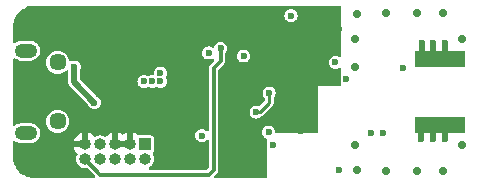
<source format=gbr>
%TF.GenerationSoftware,KiCad,Pcbnew,8.0.6*%
%TF.CreationDate,2024-12-29T16:51:47+05:30*%
%TF.ProjectId,STM32_RF,53544d33-325f-4524-962e-6b696361645f,rev?*%
%TF.SameCoordinates,Original*%
%TF.FileFunction,Copper,L4,Bot*%
%TF.FilePolarity,Positive*%
%FSLAX46Y46*%
G04 Gerber Fmt 4.6, Leading zero omitted, Abs format (unit mm)*
G04 Created by KiCad (PCBNEW 8.0.6) date 2024-12-29 16:51:47*
%MOMM*%
%LPD*%
G01*
G04 APERTURE LIST*
%TA.AperFunction,ComponentPad*%
%ADD10R,1.000000X1.000000*%
%TD*%
%TA.AperFunction,ComponentPad*%
%ADD11O,1.000000X1.000000*%
%TD*%
%TA.AperFunction,ComponentPad*%
%ADD12O,1.900000X1.200000*%
%TD*%
%TA.AperFunction,ComponentPad*%
%ADD13C,1.450000*%
%TD*%
%TA.AperFunction,SMDPad,CuDef*%
%ADD14R,4.200000X1.350000*%
%TD*%
%TA.AperFunction,ViaPad*%
%ADD15C,0.600000*%
%TD*%
%TA.AperFunction,ViaPad*%
%ADD16C,0.700000*%
%TD*%
%TA.AperFunction,Conductor*%
%ADD17C,0.500000*%
%TD*%
%TA.AperFunction,Conductor*%
%ADD18C,0.300000*%
%TD*%
%TA.AperFunction,Conductor*%
%ADD19C,0.250000*%
%TD*%
G04 APERTURE END LIST*
D10*
%TO.P,J2,1,Pin_1*%
%TO.N,+3.3V*%
X165900000Y-78430000D03*
D11*
%TO.P,J2,2,Pin_2*%
%TO.N,SWD_DIO*%
X165900000Y-79700000D03*
%TO.P,J2,3,Pin_3*%
%TO.N,GND*%
X164630000Y-78430000D03*
%TO.P,J2,4,Pin_4*%
%TO.N,SWD_CLK*%
X164630000Y-79700000D03*
%TO.P,J2,5,Pin_5*%
%TO.N,GND*%
X163360000Y-78430000D03*
%TO.P,J2,6,Pin_6*%
%TO.N,unconnected-(J2-Pin_6-Pad6)*%
X163360000Y-79700000D03*
%TO.P,J2,7,Pin_7*%
%TO.N,unconnected-(J2-Pin_7-Pad7)*%
X162090000Y-78430000D03*
%TO.P,J2,8,Pin_8*%
%TO.N,unconnected-(J2-Pin_8-Pad8)*%
X162090000Y-79700000D03*
%TO.P,J2,9,Pin_9*%
%TO.N,GND*%
X160820000Y-78430000D03*
%TO.P,J2,10,Pin_10*%
%TO.N,SWD_NRST*%
X160820000Y-79700000D03*
%TD*%
D12*
%TO.P,J1,6,Shield*%
%TO.N,N/C*%
X155800000Y-70500000D03*
D13*
X158500000Y-71500000D03*
X158500000Y-76500000D03*
D12*
X155800000Y-77500000D03*
%TD*%
D14*
%TO.P,J3,2,Ext*%
%TO.N,GND*%
X190862500Y-76825000D03*
X190862500Y-71175000D03*
%TD*%
D15*
%TO.N,GND*%
X189300000Y-69900000D03*
D16*
X188900000Y-67300000D03*
X188900000Y-80710000D03*
D15*
X169000000Y-76700000D03*
D16*
X186300000Y-80710000D03*
D15*
X161700000Y-72700000D03*
X179800000Y-67500000D03*
X175200000Y-71500000D03*
X159700000Y-75300000D03*
D16*
X183800000Y-67400000D03*
D15*
X182300000Y-68700000D03*
D16*
X186300000Y-67300000D03*
X183700000Y-78510000D03*
X191100000Y-67300000D03*
D15*
X166200000Y-69600000D03*
D16*
X183700000Y-69500000D03*
D15*
X172300000Y-69200000D03*
X180300000Y-74400000D03*
X172900000Y-73950000D03*
D16*
X192700000Y-78510000D03*
D15*
X180300000Y-73600000D03*
D16*
X191100000Y-80710000D03*
D15*
X190300000Y-69900000D03*
X164800000Y-68700000D03*
D16*
X183700000Y-71900000D03*
D15*
X177900000Y-72100000D03*
X163600000Y-72000000D03*
D16*
X192700000Y-69500000D03*
D15*
X191300000Y-69900000D03*
X158320000Y-79020000D03*
X170600000Y-72900000D03*
X181100000Y-68700000D03*
X161000000Y-72700000D03*
X190250000Y-78000000D03*
X172850000Y-72850000D03*
X191250000Y-78000000D03*
X178900000Y-74400000D03*
X170600000Y-75200000D03*
X174100000Y-67399997D03*
X170600000Y-74000000D03*
X176750000Y-78500000D03*
X182900000Y-72900000D03*
X177000000Y-69800000D03*
X189250000Y-78000000D03*
X187700000Y-72000000D03*
X162800000Y-70900000D03*
X182275000Y-80650000D03*
X164100000Y-74900000D03*
X172950000Y-75150000D03*
X185000000Y-77500000D03*
D16*
X183800000Y-80610000D03*
D15*
X179100000Y-77350000D03*
X186000000Y-77500000D03*
X178900000Y-73600000D03*
X174100000Y-68100000D03*
%TO.N,+3.3V*%
X178250000Y-67550000D03*
X167200000Y-72399997D03*
X170700000Y-77700000D03*
X167200000Y-73100000D03*
X174250000Y-70950000D03*
X165800000Y-73100000D03*
X166500000Y-73100000D03*
X171287500Y-70693844D03*
X176350000Y-77400000D03*
X182000000Y-71500000D03*
%TO.N,SWD_NRST*%
X172300000Y-70300000D03*
%TO.N,+5V*%
X161608422Y-74900000D03*
X159900000Y-71900000D03*
%TO.N,SPI3_SCK*%
X175300000Y-75700000D03*
X176400000Y-74100000D03*
%TD*%
D17*
%TO.N,GND*%
X189250000Y-78000000D02*
X189250000Y-77020710D01*
X190300000Y-69900000D02*
X190300000Y-70800000D01*
X189300000Y-69900000D02*
X189300000Y-70900000D01*
X191300000Y-69900000D02*
X191300000Y-70900000D01*
X191250000Y-78000000D02*
X191250000Y-77120710D01*
X190250000Y-78000000D02*
X190250000Y-77020710D01*
X190250000Y-77020710D02*
G75*
G03*
X190200003Y-76899997I-170700J10D01*
G01*
X191250000Y-77120710D02*
G75*
G03*
X191200003Y-76999997I-170700J10D01*
G01*
X189250000Y-77020710D02*
G75*
G02*
X189299997Y-76899997I170700J10D01*
G01*
D18*
%TO.N,SWD_NRST*%
X171700000Y-80600000D02*
X171700000Y-71950000D01*
X160820000Y-79700000D02*
X162120000Y-81000000D01*
X171700000Y-71950000D02*
X172300000Y-71350000D01*
X162120000Y-81000000D02*
X171300000Y-81000000D01*
X171300000Y-81000000D02*
X171700000Y-80600000D01*
X172300000Y-71350000D02*
X172300000Y-70300000D01*
D17*
%TO.N,+5V*%
X159900000Y-73191578D02*
X159900000Y-71900000D01*
X161608422Y-74900000D02*
X159900000Y-73191578D01*
D19*
%TO.N,SPI3_SCK*%
X175600000Y-75700000D02*
X176400000Y-74900000D01*
X175300000Y-75700000D02*
X175600000Y-75700000D01*
X176400000Y-74900000D02*
X176400000Y-74100000D01*
%TD*%
%TA.AperFunction,Conductor*%
%TO.N,GND*%
G36*
X182443039Y-66720185D02*
G01*
X182488794Y-66772989D01*
X182500000Y-66824500D01*
X182500000Y-70938326D01*
X182480315Y-71005365D01*
X182427511Y-71051120D01*
X182358353Y-71061064D01*
X182300514Y-71036702D01*
X182277625Y-71019139D01*
X182277623Y-71019138D01*
X182143712Y-70963671D01*
X182143710Y-70963670D01*
X182143709Y-70963670D01*
X182039877Y-70950000D01*
X182000001Y-70944750D01*
X181999999Y-70944750D01*
X181856291Y-70963670D01*
X181856287Y-70963671D01*
X181722377Y-71019137D01*
X181607379Y-71107379D01*
X181519137Y-71222377D01*
X181463671Y-71356287D01*
X181463670Y-71356291D01*
X181454971Y-71422369D01*
X181444750Y-71500000D01*
X181457377Y-71595913D01*
X181463670Y-71643708D01*
X181463671Y-71643712D01*
X181519137Y-71777622D01*
X181519138Y-71777624D01*
X181519139Y-71777625D01*
X181607379Y-71892621D01*
X181722375Y-71980861D01*
X181856291Y-72036330D01*
X181983280Y-72053048D01*
X181999999Y-72055250D01*
X182000000Y-72055250D01*
X182000001Y-72055250D01*
X182014977Y-72053278D01*
X182143709Y-72036330D01*
X182277625Y-71980861D01*
X182300514Y-71963296D01*
X182365681Y-71938103D01*
X182434126Y-71952140D01*
X182484116Y-72000954D01*
X182500000Y-72061673D01*
X182500000Y-73376000D01*
X182480315Y-73443039D01*
X182427511Y-73488794D01*
X182376000Y-73500000D01*
X180500000Y-73500000D01*
X180500000Y-77376000D01*
X180480315Y-77443039D01*
X180427511Y-77488794D01*
X180376000Y-77500000D01*
X177027160Y-77500000D01*
X176960121Y-77480315D01*
X176914366Y-77427511D01*
X176904221Y-77392186D01*
X176897039Y-77337634D01*
X176886330Y-77256291D01*
X176830861Y-77122375D01*
X176742621Y-77007379D01*
X176627625Y-76919139D01*
X176627624Y-76919138D01*
X176627622Y-76919137D01*
X176493712Y-76863671D01*
X176493710Y-76863670D01*
X176493709Y-76863670D01*
X176421854Y-76854210D01*
X176350001Y-76844750D01*
X176349999Y-76844750D01*
X176206291Y-76863670D01*
X176206287Y-76863671D01*
X176072377Y-76919137D01*
X175957379Y-77007379D01*
X175869137Y-77122377D01*
X175813671Y-77256287D01*
X175813670Y-77256291D01*
X175794750Y-77400000D01*
X175807915Y-77500000D01*
X175813670Y-77543708D01*
X175813671Y-77543712D01*
X175869137Y-77677622D01*
X175869138Y-77677624D01*
X175869139Y-77677625D01*
X175957379Y-77792621D01*
X176072375Y-77880861D01*
X176072376Y-77880861D01*
X176072377Y-77880862D01*
X176173452Y-77922728D01*
X176227856Y-77966568D01*
X176249921Y-78032862D01*
X176250000Y-78037289D01*
X176250000Y-81175500D01*
X176230315Y-81242539D01*
X176177511Y-81288294D01*
X176126000Y-81299500D01*
X171866255Y-81299500D01*
X171799216Y-81279815D01*
X171753461Y-81227011D01*
X171743517Y-81157853D01*
X171772542Y-81094297D01*
X171778574Y-81087819D01*
X171812496Y-81053897D01*
X172020480Y-80845913D01*
X172073206Y-80754588D01*
X172073207Y-80754587D01*
X172100500Y-80652727D01*
X172100500Y-75699999D01*
X174744750Y-75699999D01*
X174744750Y-75700000D01*
X174763670Y-75843708D01*
X174763671Y-75843712D01*
X174819137Y-75977622D01*
X174819138Y-75977624D01*
X174819139Y-75977625D01*
X174907379Y-76092621D01*
X175022375Y-76180861D01*
X175156291Y-76236330D01*
X175283280Y-76253048D01*
X175299999Y-76255250D01*
X175300000Y-76255250D01*
X175300001Y-76255250D01*
X175314977Y-76253278D01*
X175443709Y-76236330D01*
X175577625Y-76180861D01*
X175692621Y-76092621D01*
X175696061Y-76088136D01*
X175738723Y-76055402D01*
X175737899Y-76053974D01*
X175744938Y-76049910D01*
X175830562Y-76000475D01*
X175900475Y-75930562D01*
X175900474Y-75930562D01*
X175959043Y-75871993D01*
X176700475Y-75130563D01*
X176725192Y-75087750D01*
X176749910Y-75044938D01*
X176775500Y-74949435D01*
X176775500Y-74557026D01*
X176795185Y-74489987D01*
X176801117Y-74481547D01*
X176880861Y-74377625D01*
X176936330Y-74243709D01*
X176955250Y-74100000D01*
X176936330Y-73956291D01*
X176880861Y-73822375D01*
X176792621Y-73707379D01*
X176677625Y-73619139D01*
X176677624Y-73619138D01*
X176677622Y-73619137D01*
X176543712Y-73563671D01*
X176543710Y-73563670D01*
X176543709Y-73563670D01*
X176471854Y-73554210D01*
X176400001Y-73544750D01*
X176399999Y-73544750D01*
X176256291Y-73563670D01*
X176256287Y-73563671D01*
X176122377Y-73619137D01*
X176007379Y-73707379D01*
X175919137Y-73822377D01*
X175863671Y-73956287D01*
X175863670Y-73956291D01*
X175844750Y-74099999D01*
X175844750Y-74100000D01*
X175863670Y-74243708D01*
X175863671Y-74243712D01*
X175919137Y-74377622D01*
X175919138Y-74377624D01*
X175919139Y-74377625D01*
X175998876Y-74481540D01*
X176024070Y-74546709D01*
X176024500Y-74557026D01*
X176024500Y-74693100D01*
X176004815Y-74760139D01*
X175988181Y-74780781D01*
X175616552Y-75152409D01*
X175555229Y-75185894D01*
X175485537Y-75180910D01*
X175481420Y-75179290D01*
X175471694Y-75175261D01*
X175443709Y-75163670D01*
X175358175Y-75152409D01*
X175300001Y-75144750D01*
X175299999Y-75144750D01*
X175156291Y-75163670D01*
X175156287Y-75163671D01*
X175022377Y-75219137D01*
X174907379Y-75307379D01*
X174819137Y-75422377D01*
X174763671Y-75556287D01*
X174763670Y-75556291D01*
X174744750Y-75699999D01*
X172100500Y-75699999D01*
X172100500Y-72167255D01*
X172120185Y-72100216D01*
X172136819Y-72079574D01*
X172371646Y-71844747D01*
X172620480Y-71595913D01*
X172673207Y-71504588D01*
X172700500Y-71402727D01*
X172700500Y-71297273D01*
X172700500Y-70950000D01*
X173694750Y-70950000D01*
X173703852Y-71019139D01*
X173713670Y-71093708D01*
X173713671Y-71093712D01*
X173769137Y-71227622D01*
X173769138Y-71227624D01*
X173769139Y-71227625D01*
X173857379Y-71342621D01*
X173972375Y-71430861D01*
X174106291Y-71486330D01*
X174233280Y-71503048D01*
X174249999Y-71505250D01*
X174250000Y-71505250D01*
X174250001Y-71505250D01*
X174264977Y-71503278D01*
X174393709Y-71486330D01*
X174527625Y-71430861D01*
X174642621Y-71342621D01*
X174730861Y-71227625D01*
X174786330Y-71093709D01*
X174805250Y-70950000D01*
X174786330Y-70806291D01*
X174730861Y-70672375D01*
X174642621Y-70557379D01*
X174527625Y-70469139D01*
X174527624Y-70469138D01*
X174527622Y-70469137D01*
X174393712Y-70413671D01*
X174393710Y-70413670D01*
X174393709Y-70413670D01*
X174313765Y-70403145D01*
X174250001Y-70394750D01*
X174249999Y-70394750D01*
X174106291Y-70413670D01*
X174106287Y-70413671D01*
X173972377Y-70469137D01*
X173857379Y-70557379D01*
X173769137Y-70672377D01*
X173713671Y-70806287D01*
X173713670Y-70806291D01*
X173694750Y-70950000D01*
X172700500Y-70950000D01*
X172700500Y-70724444D01*
X172720185Y-70657405D01*
X172726125Y-70648957D01*
X172780861Y-70577625D01*
X172836330Y-70443709D01*
X172855250Y-70300000D01*
X172836330Y-70156291D01*
X172780861Y-70022375D01*
X172692621Y-69907379D01*
X172577625Y-69819139D01*
X172577624Y-69819138D01*
X172577622Y-69819137D01*
X172443712Y-69763671D01*
X172443710Y-69763670D01*
X172443709Y-69763670D01*
X172319787Y-69747355D01*
X172300001Y-69744750D01*
X172299999Y-69744750D01*
X172156291Y-69763670D01*
X172156287Y-69763671D01*
X172022377Y-69819137D01*
X171907379Y-69907379D01*
X171819137Y-70022377D01*
X171760560Y-70163799D01*
X171757797Y-70162654D01*
X171728839Y-70210120D01*
X171665980Y-70240624D01*
X171596608Y-70232302D01*
X171569979Y-70216708D01*
X171567099Y-70214498D01*
X171565123Y-70212981D01*
X171431212Y-70157515D01*
X171431210Y-70157514D01*
X171431209Y-70157514D01*
X171359354Y-70148054D01*
X171287501Y-70138594D01*
X171287499Y-70138594D01*
X171143791Y-70157514D01*
X171143787Y-70157515D01*
X171009877Y-70212981D01*
X170894879Y-70301223D01*
X170806637Y-70416221D01*
X170751171Y-70550131D01*
X170751170Y-70550135D01*
X170732250Y-70693843D01*
X170732250Y-70693844D01*
X170751170Y-70837552D01*
X170751171Y-70837556D01*
X170806637Y-70971466D01*
X170806638Y-70971468D01*
X170806639Y-70971469D01*
X170894879Y-71086465D01*
X171009875Y-71174705D01*
X171143791Y-71230174D01*
X171270780Y-71246892D01*
X171287499Y-71249094D01*
X171287500Y-71249094D01*
X171287501Y-71249094D01*
X171302477Y-71247122D01*
X171431209Y-71230174D01*
X171565123Y-71174706D01*
X171572634Y-71171595D01*
X171573409Y-71173467D01*
X171630707Y-71159559D01*
X171696737Y-71182401D01*
X171739936Y-71237316D01*
X171746588Y-71306868D01*
X171714581Y-71368975D01*
X171712506Y-71371100D01*
X171379522Y-71704084D01*
X171379518Y-71704090D01*
X171326792Y-71795412D01*
X171326793Y-71795413D01*
X171299500Y-71897273D01*
X171299500Y-77214896D01*
X171279815Y-77281935D01*
X171227011Y-77327690D01*
X171157853Y-77337634D01*
X171099942Y-77311187D01*
X171099068Y-77312327D01*
X171092622Y-77307381D01*
X171092621Y-77307379D01*
X170977625Y-77219139D01*
X170977624Y-77219138D01*
X170977622Y-77219137D01*
X170843712Y-77163671D01*
X170843710Y-77163670D01*
X170843709Y-77163670D01*
X170771854Y-77154210D01*
X170700001Y-77144750D01*
X170699999Y-77144750D01*
X170556291Y-77163670D01*
X170556287Y-77163671D01*
X170422377Y-77219137D01*
X170307379Y-77307379D01*
X170219137Y-77422377D01*
X170163671Y-77556287D01*
X170163670Y-77556291D01*
X170144750Y-77699999D01*
X170144750Y-77700000D01*
X170163670Y-77843708D01*
X170163671Y-77843712D01*
X170219137Y-77977622D01*
X170219138Y-77977624D01*
X170219139Y-77977625D01*
X170307379Y-78092621D01*
X170422375Y-78180861D01*
X170422376Y-78180861D01*
X170422377Y-78180862D01*
X170433828Y-78185605D01*
X170556291Y-78236330D01*
X170680206Y-78252644D01*
X170699999Y-78255250D01*
X170700000Y-78255250D01*
X170700001Y-78255250D01*
X170719794Y-78252644D01*
X170843709Y-78236330D01*
X170977625Y-78180861D01*
X171092621Y-78092621D01*
X171092622Y-78092618D01*
X171099068Y-78087673D01*
X171101018Y-78090215D01*
X171149142Y-78063938D01*
X171218834Y-78068922D01*
X171274767Y-78110794D01*
X171299184Y-78176258D01*
X171299500Y-78185104D01*
X171299500Y-80382745D01*
X171279815Y-80449784D01*
X171263181Y-80470426D01*
X171170426Y-80563181D01*
X171109103Y-80596666D01*
X171082745Y-80599500D01*
X166309498Y-80599500D01*
X166242459Y-80579815D01*
X166196704Y-80527011D01*
X166186760Y-80457853D01*
X166215785Y-80394297D01*
X166243525Y-80370507D01*
X166341148Y-80309164D01*
X166370890Y-80290477D01*
X166490477Y-80170890D01*
X166499926Y-80155852D01*
X166580452Y-80027697D01*
X166580454Y-80027694D01*
X166580454Y-80027692D01*
X166580456Y-80027690D01*
X166636313Y-79868059D01*
X166636313Y-79868058D01*
X166636314Y-79868056D01*
X166655249Y-79700002D01*
X166655249Y-79699997D01*
X166636314Y-79531943D01*
X166611181Y-79460118D01*
X166580456Y-79372310D01*
X166580454Y-79372307D01*
X166580454Y-79372306D01*
X166528828Y-79290145D01*
X166509827Y-79222908D01*
X166530194Y-79156073D01*
X166564930Y-79121071D01*
X166580601Y-79110601D01*
X166635966Y-79027740D01*
X166650500Y-78954674D01*
X166650500Y-77905326D01*
X166650500Y-77905323D01*
X166650499Y-77905321D01*
X166635967Y-77832264D01*
X166635966Y-77832260D01*
X166611919Y-77796271D01*
X166580601Y-77749399D01*
X166506669Y-77700000D01*
X166497739Y-77694033D01*
X166497735Y-77694032D01*
X166424677Y-77679500D01*
X166424674Y-77679500D01*
X165375326Y-77679500D01*
X165375321Y-77679500D01*
X165365629Y-77681428D01*
X165296038Y-77675198D01*
X165262776Y-77655663D01*
X165188254Y-77594504D01*
X165188253Y-77594503D01*
X165014541Y-77501652D01*
X164880000Y-77460839D01*
X164880000Y-78220382D01*
X164829554Y-78169936D01*
X164755445Y-78127149D01*
X164672787Y-78105000D01*
X164587213Y-78105000D01*
X164504555Y-78127149D01*
X164430446Y-78169936D01*
X164369936Y-78230446D01*
X164327149Y-78304555D01*
X164305000Y-78387213D01*
X164305000Y-78472787D01*
X164327149Y-78555445D01*
X164369936Y-78629554D01*
X164420382Y-78680000D01*
X163569618Y-78680000D01*
X163620064Y-78629554D01*
X163662851Y-78555445D01*
X163685000Y-78472787D01*
X163685000Y-78387213D01*
X163662851Y-78304555D01*
X163620064Y-78230446D01*
X163559554Y-78169936D01*
X163485445Y-78127149D01*
X163402787Y-78105000D01*
X163317213Y-78105000D01*
X163234555Y-78127149D01*
X163160446Y-78169936D01*
X163110000Y-78220382D01*
X163110000Y-77460839D01*
X163610000Y-77460839D01*
X163610000Y-78180000D01*
X164380000Y-78180000D01*
X164380000Y-77460839D01*
X164379999Y-77460839D01*
X164245458Y-77501652D01*
X164071746Y-77594503D01*
X164066678Y-77597890D01*
X164065641Y-77596338D01*
X164009339Y-77620242D01*
X163940473Y-77608442D01*
X163923541Y-77597560D01*
X163923322Y-77597890D01*
X163918253Y-77594503D01*
X163744541Y-77501652D01*
X163610000Y-77460839D01*
X163110000Y-77460839D01*
X163109999Y-77460839D01*
X162975458Y-77501652D01*
X162801746Y-77594503D01*
X162801739Y-77594507D01*
X162649475Y-77719468D01*
X162623641Y-77750946D01*
X162565894Y-77790278D01*
X162496049Y-77792147D01*
X162461817Y-77777271D01*
X162417693Y-77749545D01*
X162258056Y-77693685D01*
X162090003Y-77674751D01*
X162089997Y-77674751D01*
X161921943Y-77693685D01*
X161762306Y-77749545D01*
X161718178Y-77777272D01*
X161650941Y-77796271D01*
X161584106Y-77775902D01*
X161556354Y-77750941D01*
X161530527Y-77719471D01*
X161378260Y-77594507D01*
X161378253Y-77594503D01*
X161204541Y-77501652D01*
X161070000Y-77460839D01*
X161070000Y-78220382D01*
X161019554Y-78169936D01*
X160945445Y-78127149D01*
X160862787Y-78105000D01*
X160777213Y-78105000D01*
X160694555Y-78127149D01*
X160620446Y-78169936D01*
X160559936Y-78230446D01*
X160517149Y-78304555D01*
X160495000Y-78387213D01*
X160495000Y-78472787D01*
X160517149Y-78555445D01*
X160559936Y-78629554D01*
X160610382Y-78680000D01*
X159850840Y-78680000D01*
X159891652Y-78814541D01*
X159984503Y-78988253D01*
X159984507Y-78988260D01*
X160109471Y-79140527D01*
X160140941Y-79166354D01*
X160180276Y-79224100D01*
X160182147Y-79293944D01*
X160167272Y-79328178D01*
X160139545Y-79372306D01*
X160083685Y-79531943D01*
X160064751Y-79699997D01*
X160064751Y-79700002D01*
X160083685Y-79868056D01*
X160139545Y-80027694D01*
X160139547Y-80027697D01*
X160229518Y-80170884D01*
X160229523Y-80170890D01*
X160349109Y-80290476D01*
X160349115Y-80290481D01*
X160492302Y-80380452D01*
X160492305Y-80380454D01*
X160492309Y-80380455D01*
X160492310Y-80380456D01*
X160561779Y-80404764D01*
X160651943Y-80436314D01*
X160819997Y-80455249D01*
X160820000Y-80455249D01*
X160820003Y-80455249D01*
X160930392Y-80442811D01*
X160999214Y-80454865D01*
X161031957Y-80478350D01*
X161641427Y-81087819D01*
X161674912Y-81149142D01*
X161669928Y-81218833D01*
X161628057Y-81274767D01*
X161562592Y-81299184D01*
X161553746Y-81299500D01*
X156504067Y-81299500D01*
X156495957Y-81299235D01*
X156273221Y-81284636D01*
X156257140Y-81282518D01*
X156042228Y-81239769D01*
X156026561Y-81235571D01*
X155819057Y-81165133D01*
X155804071Y-81158926D01*
X155607539Y-81062007D01*
X155593492Y-81053897D01*
X155411291Y-80932154D01*
X155398423Y-80922280D01*
X155233671Y-80777797D01*
X155222202Y-80766328D01*
X155122575Y-80652725D01*
X155077716Y-80601573D01*
X155067845Y-80588708D01*
X155050788Y-80563181D01*
X154946102Y-80406507D01*
X154937992Y-80392460D01*
X154927166Y-80370507D01*
X154841070Y-80195921D01*
X154834866Y-80180942D01*
X154834737Y-80180563D01*
X154782844Y-80027690D01*
X154764428Y-79973438D01*
X154760230Y-79957771D01*
X154742385Y-79868059D01*
X154717479Y-79742848D01*
X154715364Y-79726790D01*
X154700765Y-79504043D01*
X154700500Y-79495933D01*
X154700500Y-78252644D01*
X154720185Y-78185605D01*
X154772989Y-78139850D01*
X154842147Y-78129906D01*
X154903167Y-78156793D01*
X154907836Y-78160625D01*
X154977487Y-78207164D01*
X155047137Y-78253703D01*
X155047138Y-78253703D01*
X155047139Y-78253704D01*
X155067025Y-78261941D01*
X155201918Y-78317816D01*
X155366228Y-78350499D01*
X155366232Y-78350500D01*
X155366233Y-78350500D01*
X156233768Y-78350500D01*
X156233769Y-78350499D01*
X156398082Y-78317816D01*
X156552863Y-78253703D01*
X156663168Y-78179999D01*
X159850839Y-78179999D01*
X159850840Y-78180000D01*
X160570000Y-78180000D01*
X160570000Y-77460839D01*
X160569999Y-77460839D01*
X160435458Y-77501652D01*
X160261746Y-77594503D01*
X160261739Y-77594507D01*
X160109471Y-77719471D01*
X159984507Y-77871739D01*
X159984503Y-77871746D01*
X159891652Y-78045458D01*
X159850839Y-78179999D01*
X156663168Y-78179999D01*
X156692162Y-78160626D01*
X156810626Y-78042162D01*
X156903703Y-77902863D01*
X156967816Y-77748082D01*
X157000500Y-77583767D01*
X157000500Y-77416233D01*
X156967816Y-77251918D01*
X156903703Y-77097137D01*
X156868582Y-77044575D01*
X156810626Y-76957837D01*
X156692162Y-76839373D01*
X156552860Y-76746295D01*
X156398082Y-76682184D01*
X156398074Y-76682182D01*
X156233771Y-76649500D01*
X156233767Y-76649500D01*
X155366233Y-76649500D01*
X155366228Y-76649500D01*
X155201925Y-76682182D01*
X155201917Y-76682184D01*
X155047139Y-76746295D01*
X154907833Y-76839376D01*
X154903161Y-76843211D01*
X154838850Y-76870522D01*
X154769983Y-76858728D01*
X154718425Y-76811574D01*
X154700500Y-76747355D01*
X154700500Y-76500000D01*
X157519780Y-76500000D01*
X157538614Y-76691229D01*
X157594396Y-76875118D01*
X157684973Y-77044575D01*
X157684977Y-77044582D01*
X157806879Y-77193120D01*
X157955417Y-77315022D01*
X157955424Y-77315026D01*
X158124881Y-77405603D01*
X158124883Y-77405603D01*
X158124886Y-77405605D01*
X158308769Y-77461385D01*
X158308768Y-77461385D01*
X158325914Y-77463073D01*
X158500000Y-77480220D01*
X158691231Y-77461385D01*
X158875114Y-77405605D01*
X159044581Y-77315023D01*
X159193120Y-77193120D01*
X159315023Y-77044581D01*
X159405605Y-76875114D01*
X159461385Y-76691231D01*
X159480220Y-76500000D01*
X159461385Y-76308769D01*
X159405605Y-76124886D01*
X159405603Y-76124883D01*
X159405603Y-76124881D01*
X159315026Y-75955424D01*
X159315022Y-75955417D01*
X159193120Y-75806879D01*
X159044582Y-75684977D01*
X159044575Y-75684973D01*
X158875118Y-75594396D01*
X158749488Y-75556287D01*
X158691231Y-75538615D01*
X158691229Y-75538614D01*
X158691231Y-75538614D01*
X158500000Y-75519780D01*
X158308770Y-75538614D01*
X158124881Y-75594396D01*
X157955424Y-75684973D01*
X157955417Y-75684977D01*
X157806879Y-75806879D01*
X157684977Y-75955417D01*
X157684973Y-75955424D01*
X157594396Y-76124881D01*
X157538614Y-76308770D01*
X157519780Y-76500000D01*
X154700500Y-76500000D01*
X154700500Y-71500000D01*
X157519780Y-71500000D01*
X157538614Y-71691229D01*
X157594396Y-71875118D01*
X157684973Y-72044575D01*
X157684977Y-72044582D01*
X157806879Y-72193120D01*
X157955417Y-72315022D01*
X157955424Y-72315026D01*
X158124881Y-72405603D01*
X158124883Y-72405603D01*
X158124886Y-72405605D01*
X158308769Y-72461385D01*
X158308768Y-72461385D01*
X158325914Y-72463073D01*
X158500000Y-72480220D01*
X158691231Y-72461385D01*
X158875114Y-72405605D01*
X159044581Y-72315023D01*
X159193120Y-72193120D01*
X159193120Y-72193119D01*
X159196835Y-72190071D01*
X159261145Y-72162758D01*
X159330012Y-72174549D01*
X159381573Y-72221701D01*
X159399500Y-72285924D01*
X159399500Y-73257469D01*
X159433608Y-73384765D01*
X159466554Y-73441828D01*
X159499500Y-73498892D01*
X159499502Y-73498894D01*
X161074289Y-75073681D01*
X161101169Y-75113909D01*
X161127561Y-75177625D01*
X161215801Y-75292621D01*
X161330797Y-75380861D01*
X161464713Y-75436330D01*
X161591702Y-75453048D01*
X161608421Y-75455250D01*
X161608422Y-75455250D01*
X161608423Y-75455250D01*
X161623399Y-75453278D01*
X161752131Y-75436330D01*
X161886047Y-75380861D01*
X162001043Y-75292621D01*
X162089283Y-75177625D01*
X162144752Y-75043709D01*
X162163672Y-74900000D01*
X162144752Y-74756291D01*
X162089283Y-74622375D01*
X162001043Y-74507379D01*
X161886047Y-74419139D01*
X161822331Y-74392747D01*
X161782103Y-74365867D01*
X160516235Y-73099999D01*
X165244750Y-73099999D01*
X165244750Y-73100000D01*
X165263670Y-73243708D01*
X165263671Y-73243712D01*
X165319137Y-73377622D01*
X165319138Y-73377624D01*
X165319139Y-73377625D01*
X165407379Y-73492621D01*
X165522375Y-73580861D01*
X165656291Y-73636330D01*
X165783280Y-73653048D01*
X165799999Y-73655250D01*
X165800000Y-73655250D01*
X165800001Y-73655250D01*
X165814977Y-73653278D01*
X165943709Y-73636330D01*
X166077625Y-73580861D01*
X166077631Y-73580856D01*
X166084664Y-73576797D01*
X166085857Y-73578863D01*
X166139678Y-73558054D01*
X166208124Y-73572090D01*
X166216436Y-73577432D01*
X166222371Y-73580858D01*
X166222375Y-73580861D01*
X166356291Y-73636330D01*
X166483280Y-73653048D01*
X166499999Y-73655250D01*
X166500000Y-73655250D01*
X166500001Y-73655250D01*
X166514977Y-73653278D01*
X166643709Y-73636330D01*
X166777625Y-73580861D01*
X166777631Y-73580856D01*
X166784664Y-73576797D01*
X166785857Y-73578863D01*
X166839678Y-73558054D01*
X166908124Y-73572090D01*
X166916436Y-73577432D01*
X166922371Y-73580858D01*
X166922375Y-73580861D01*
X167056291Y-73636330D01*
X167183280Y-73653048D01*
X167199999Y-73655250D01*
X167200000Y-73655250D01*
X167200001Y-73655250D01*
X167214977Y-73653278D01*
X167343709Y-73636330D01*
X167477625Y-73580861D01*
X167592621Y-73492621D01*
X167680861Y-73377625D01*
X167736330Y-73243709D01*
X167755250Y-73100000D01*
X167736330Y-72956291D01*
X167680861Y-72822375D01*
X167680858Y-72822371D01*
X167676797Y-72815336D01*
X167678861Y-72814144D01*
X167658052Y-72760307D01*
X167672095Y-72691863D01*
X167677438Y-72683549D01*
X167680856Y-72677628D01*
X167680861Y-72677622D01*
X167736330Y-72543706D01*
X167755250Y-72399997D01*
X167736330Y-72256288D01*
X167680861Y-72122372D01*
X167592621Y-72007376D01*
X167477625Y-71919136D01*
X167477624Y-71919135D01*
X167477622Y-71919134D01*
X167343712Y-71863668D01*
X167343710Y-71863667D01*
X167343709Y-71863667D01*
X167271854Y-71854207D01*
X167200001Y-71844747D01*
X167199999Y-71844747D01*
X167056291Y-71863667D01*
X167056287Y-71863668D01*
X166922377Y-71919134D01*
X166807379Y-72007376D01*
X166719137Y-72122374D01*
X166663671Y-72256284D01*
X166663670Y-72256288D01*
X166644750Y-72399996D01*
X166644750Y-72399997D01*
X166645603Y-72406477D01*
X166634838Y-72475513D01*
X166588458Y-72527769D01*
X166521189Y-72546654D01*
X166506485Y-72545603D01*
X166500003Y-72544750D01*
X166499999Y-72544750D01*
X166356291Y-72563670D01*
X166356287Y-72563671D01*
X166222374Y-72619138D01*
X166215335Y-72623203D01*
X166214143Y-72621138D01*
X166160304Y-72641946D01*
X166091861Y-72627900D01*
X166083550Y-72622559D01*
X166077625Y-72619138D01*
X165943712Y-72563671D01*
X165943710Y-72563670D01*
X165943709Y-72563670D01*
X165871854Y-72554210D01*
X165800001Y-72544750D01*
X165799999Y-72544750D01*
X165656291Y-72563670D01*
X165656287Y-72563671D01*
X165522377Y-72619137D01*
X165407379Y-72707379D01*
X165319137Y-72822377D01*
X165263671Y-72956287D01*
X165263670Y-72956291D01*
X165244750Y-73099999D01*
X160516235Y-73099999D01*
X160436819Y-73020583D01*
X160403334Y-72959260D01*
X160400500Y-72932902D01*
X160400500Y-72154875D01*
X160409939Y-72107422D01*
X160421474Y-72079574D01*
X160436330Y-72043709D01*
X160455250Y-71900000D01*
X160436330Y-71756291D01*
X160380861Y-71622375D01*
X160292621Y-71507379D01*
X160177625Y-71419139D01*
X160177624Y-71419138D01*
X160177622Y-71419137D01*
X160043712Y-71363671D01*
X160043710Y-71363670D01*
X160043709Y-71363670D01*
X159943675Y-71350500D01*
X159900001Y-71344750D01*
X159899999Y-71344750D01*
X159756291Y-71363670D01*
X159632605Y-71414901D01*
X159563136Y-71422369D01*
X159500657Y-71391093D01*
X159465005Y-71331004D01*
X159461751Y-71312488D01*
X159461385Y-71308769D01*
X159405605Y-71124886D01*
X159405603Y-71124883D01*
X159405603Y-71124881D01*
X159315026Y-70955424D01*
X159315022Y-70955417D01*
X159193120Y-70806879D01*
X159044582Y-70684977D01*
X159044575Y-70684973D01*
X158875118Y-70594396D01*
X158753088Y-70557379D01*
X158691231Y-70538615D01*
X158691229Y-70538614D01*
X158691231Y-70538614D01*
X158500000Y-70519780D01*
X158308770Y-70538614D01*
X158124881Y-70594396D01*
X157955424Y-70684973D01*
X157955417Y-70684977D01*
X157806879Y-70806879D01*
X157684977Y-70955417D01*
X157684973Y-70955424D01*
X157594396Y-71124881D01*
X157538614Y-71308770D01*
X157519780Y-71500000D01*
X154700500Y-71500000D01*
X154700500Y-71252644D01*
X154720185Y-71185605D01*
X154772989Y-71139850D01*
X154842147Y-71129906D01*
X154903167Y-71156793D01*
X154907836Y-71160625D01*
X154977487Y-71207164D01*
X155047137Y-71253703D01*
X155201918Y-71317816D01*
X155337326Y-71344750D01*
X155366228Y-71350499D01*
X155366232Y-71350500D01*
X155366233Y-71350500D01*
X156233768Y-71350500D01*
X156233769Y-71350499D01*
X156398082Y-71317816D01*
X156552863Y-71253703D01*
X156692162Y-71160626D01*
X156810626Y-71042162D01*
X156903703Y-70902863D01*
X156967816Y-70748082D01*
X157000500Y-70583767D01*
X157000500Y-70416233D01*
X156967816Y-70251918D01*
X156903703Y-70097137D01*
X156853750Y-70022377D01*
X156810626Y-69957837D01*
X156692162Y-69839373D01*
X156552860Y-69746295D01*
X156398082Y-69682184D01*
X156398074Y-69682182D01*
X156233771Y-69649500D01*
X156233767Y-69649500D01*
X155366233Y-69649500D01*
X155366228Y-69649500D01*
X155201925Y-69682182D01*
X155201917Y-69682184D01*
X155047139Y-69746295D01*
X154907833Y-69839376D01*
X154903161Y-69843211D01*
X154838850Y-69870522D01*
X154769983Y-69858728D01*
X154718425Y-69811574D01*
X154700500Y-69747355D01*
X154700500Y-68504066D01*
X154700765Y-68495956D01*
X154709224Y-68366894D01*
X154715364Y-68273207D01*
X154717479Y-68257153D01*
X154760230Y-68042226D01*
X154764428Y-68026561D01*
X154831959Y-67827622D01*
X154834868Y-67819049D01*
X154841067Y-67804083D01*
X154937995Y-67607533D01*
X154946098Y-67593498D01*
X154975163Y-67549999D01*
X177694750Y-67549999D01*
X177694750Y-67550000D01*
X177713670Y-67693708D01*
X177713671Y-67693712D01*
X177769137Y-67827622D01*
X177769138Y-67827624D01*
X177769139Y-67827625D01*
X177857379Y-67942621D01*
X177972375Y-68030861D01*
X178106291Y-68086330D01*
X178230054Y-68102624D01*
X178249999Y-68105250D01*
X178250000Y-68105250D01*
X178250001Y-68105250D01*
X178269946Y-68102624D01*
X178393709Y-68086330D01*
X178527625Y-68030861D01*
X178642621Y-67942621D01*
X178730861Y-67827625D01*
X178786330Y-67693709D01*
X178805250Y-67550000D01*
X178786330Y-67406291D01*
X178730861Y-67272375D01*
X178642621Y-67157379D01*
X178527625Y-67069139D01*
X178527624Y-67069138D01*
X178527622Y-67069137D01*
X178393712Y-67013671D01*
X178393710Y-67013670D01*
X178393709Y-67013670D01*
X178321854Y-67004210D01*
X178250001Y-66994750D01*
X178249999Y-66994750D01*
X178106291Y-67013670D01*
X178106287Y-67013671D01*
X177972377Y-67069137D01*
X177857379Y-67157379D01*
X177769137Y-67272377D01*
X177713671Y-67406287D01*
X177713670Y-67406291D01*
X177694750Y-67549999D01*
X154975163Y-67549999D01*
X155067853Y-67411279D01*
X155077710Y-67398433D01*
X155222207Y-67233665D01*
X155233665Y-67222207D01*
X155398433Y-67077710D01*
X155411279Y-67067853D01*
X155593498Y-66946098D01*
X155607533Y-66937995D01*
X155804083Y-66841067D01*
X155819049Y-66834868D01*
X156025945Y-66764637D01*
X156026561Y-66764428D01*
X156042228Y-66760230D01*
X156257153Y-66717479D01*
X156273209Y-66715364D01*
X156478058Y-66701938D01*
X156495958Y-66700765D01*
X156504067Y-66700500D01*
X182376000Y-66700500D01*
X182443039Y-66720185D01*
G37*
%TD.AperFunction*%
%TD*%
M02*

</source>
